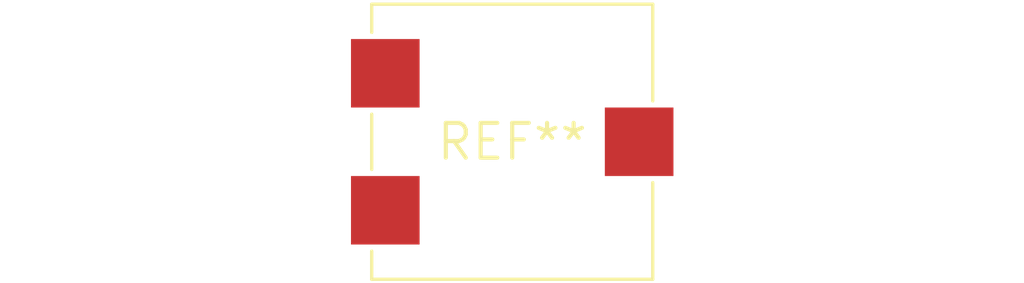
<source format=kicad_pcb>
(kicad_pcb (version 20240108) (generator pcbnew)
  (layers (0 "F.Cu" signal) (31 "B.Cu" signal) (34 "B.Paste" user) (35 "F.Paste" user) (36 "B.SilkS" user "B.Silkscreen") (37 "F.SilkS" user "F.Silkscreen") (38 "B.Mask" user) (39 "F.Mask" user) (44 "Edge.Cuts" user))
  (net 0 "")
  (footprint "Potentiometer_ACP_CA9-VSMD_Vertical" (layer "F.Cu") (at 0 0)
    (property "Reference" "REF**")
    (property "Value" "Potentiometer_ACP_CA9-VSMD_Vertical")
    (fp_line (start -5.12 -5.021) (end -5.12 -3.991) (layer "F.SilkS") (stroke (width 0.12)))
    (fp_line (start -5.12 -5.021) (end 5.12 -5.021) (layer "F.SilkS") (stroke (width 0.12)))
    (fp_line (start -5.12 -1.009) (end -5.12 1.01) (layer "F.SilkS") (stroke (width 0.12)))
    (fp_line (start -5.12 3.99) (end -5.12 5.02) (layer "F.SilkS") (stroke (width 0.12)))
    (fp_line (start -5.12 5.02) (end 5.12 5.02) (layer "F.SilkS") (stroke (width 0.12)))
    (fp_line (start 5.12 -5.021) (end 5.12 -1.49) (layer "F.SilkS") (stroke (width 0.12)))
    (fp_line (start 5.12 1.49) (end 5.12 5.02) (layer "F.SilkS") (stroke (width 0.12)))
    (pad "1" smd rect (at -4.625 2.5) (size 2.5 2.5) (layers "F.Cu" "F.Paste" "F.Mask"))
    (pad "2" smd rect (at 4.625 0) (size 2.5 2.5) (layers "F.Cu" "F.Paste" "F.Mask"))
    (pad "3" smd rect (at -4.625 -2.5) (size 2.5 2.5) (layers "F.Cu" "F.Paste" "F.Mask"))
  )
)
</source>
